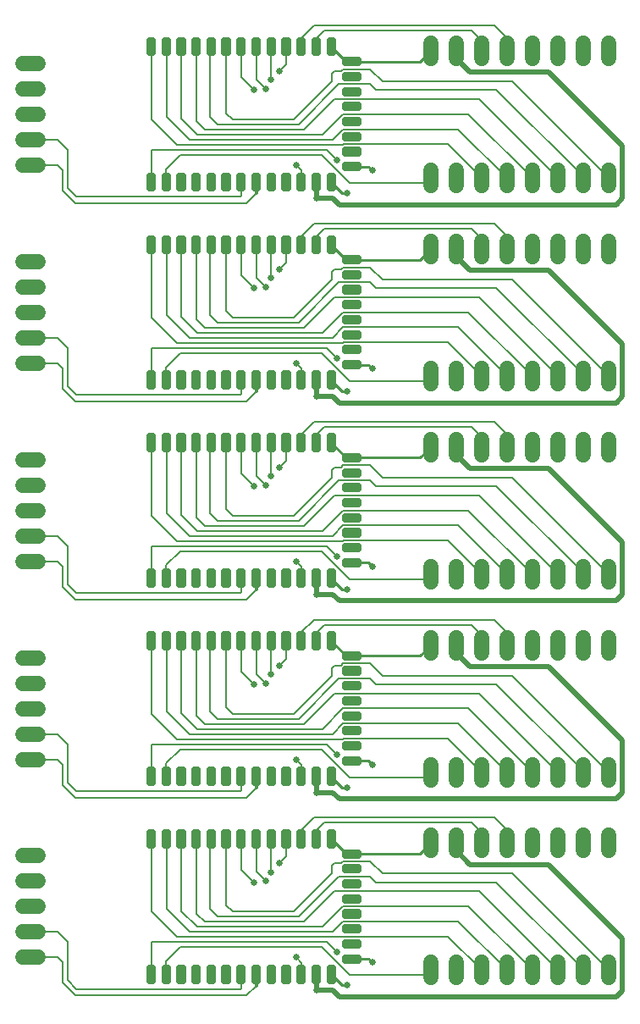
<source format=gtl>
G04 EAGLE Gerber RS-274X export*
G75*
%MOMM*%
%FSLAX34Y34*%
%LPD*%
%INTop Copper*%
%IPPOS*%
%AMOC8*
5,1,8,0,0,1.08239X$1,22.5*%
G01*
%ADD10C,0.694944*%
%ADD11C,1.524000*%
%ADD12C,0.203200*%
%ADD13C,0.654800*%
%ADD14C,0.304800*%
%ADD15C,0.508000*%
%ADD16C,0.254000*%


D10*
X153752Y40078D02*
X153752Y27722D01*
X151048Y27722D01*
X151048Y40078D01*
X153752Y40078D01*
X153752Y34324D02*
X151048Y34324D01*
X168752Y40078D02*
X168752Y27722D01*
X166048Y27722D01*
X166048Y40078D01*
X168752Y40078D01*
X168752Y34324D02*
X166048Y34324D01*
X183752Y40078D02*
X183752Y27722D01*
X181048Y27722D01*
X181048Y40078D01*
X183752Y40078D01*
X183752Y34324D02*
X181048Y34324D01*
X198752Y40078D02*
X198752Y27722D01*
X196048Y27722D01*
X196048Y40078D01*
X198752Y40078D01*
X198752Y34324D02*
X196048Y34324D01*
X213752Y40078D02*
X213752Y27722D01*
X211048Y27722D01*
X211048Y40078D01*
X213752Y40078D01*
X213752Y34324D02*
X211048Y34324D01*
X228752Y40078D02*
X228752Y27722D01*
X226048Y27722D01*
X226048Y40078D01*
X228752Y40078D01*
X228752Y34324D02*
X226048Y34324D01*
X243752Y40078D02*
X243752Y27722D01*
X241048Y27722D01*
X241048Y40078D01*
X243752Y40078D01*
X243752Y34324D02*
X241048Y34324D01*
X258752Y40078D02*
X258752Y27722D01*
X256048Y27722D01*
X256048Y40078D01*
X258752Y40078D01*
X258752Y34324D02*
X256048Y34324D01*
X273752Y40078D02*
X273752Y27722D01*
X271048Y27722D01*
X271048Y40078D01*
X273752Y40078D01*
X273752Y34324D02*
X271048Y34324D01*
X288752Y40078D02*
X288752Y27722D01*
X286048Y27722D01*
X286048Y40078D01*
X288752Y40078D01*
X288752Y34324D02*
X286048Y34324D01*
X303752Y40078D02*
X303752Y27722D01*
X301048Y27722D01*
X301048Y40078D01*
X303752Y40078D01*
X303752Y34324D02*
X301048Y34324D01*
X318752Y40078D02*
X318752Y27722D01*
X316048Y27722D01*
X316048Y40078D01*
X318752Y40078D01*
X318752Y34324D02*
X316048Y34324D01*
X333752Y40078D02*
X333752Y27722D01*
X331048Y27722D01*
X331048Y40078D01*
X333752Y40078D01*
X333752Y34324D02*
X331048Y34324D01*
X346922Y50652D02*
X359278Y50652D01*
X359278Y47948D01*
X346922Y47948D01*
X346922Y50652D01*
X346922Y65652D02*
X359278Y65652D01*
X359278Y62948D01*
X346922Y62948D01*
X346922Y65652D01*
X346922Y80652D02*
X359278Y80652D01*
X359278Y77948D01*
X346922Y77948D01*
X346922Y80652D01*
X346922Y95652D02*
X359278Y95652D01*
X359278Y92948D01*
X346922Y92948D01*
X346922Y95652D01*
X346922Y110652D02*
X359278Y110652D01*
X359278Y107948D01*
X346922Y107948D01*
X346922Y110652D01*
X346922Y125652D02*
X359278Y125652D01*
X359278Y122948D01*
X346922Y122948D01*
X346922Y125652D01*
X346922Y140652D02*
X359278Y140652D01*
X359278Y137948D01*
X346922Y137948D01*
X346922Y140652D01*
X346922Y155652D02*
X359278Y155652D01*
X359278Y152948D01*
X346922Y152948D01*
X346922Y155652D01*
X331048Y163122D02*
X331048Y175478D01*
X333752Y175478D01*
X333752Y163122D01*
X331048Y163122D01*
X331048Y169724D02*
X333752Y169724D01*
X316048Y175478D02*
X316048Y163122D01*
X316048Y175478D02*
X318752Y175478D01*
X318752Y163122D01*
X316048Y163122D01*
X316048Y169724D02*
X318752Y169724D01*
X301048Y175478D02*
X301048Y163122D01*
X301048Y175478D02*
X303752Y175478D01*
X303752Y163122D01*
X301048Y163122D01*
X301048Y169724D02*
X303752Y169724D01*
X286048Y175478D02*
X286048Y163122D01*
X286048Y175478D02*
X288752Y175478D01*
X288752Y163122D01*
X286048Y163122D01*
X286048Y169724D02*
X288752Y169724D01*
X271048Y175478D02*
X271048Y163122D01*
X271048Y175478D02*
X273752Y175478D01*
X273752Y163122D01*
X271048Y163122D01*
X271048Y169724D02*
X273752Y169724D01*
X256048Y175478D02*
X256048Y163122D01*
X256048Y175478D02*
X258752Y175478D01*
X258752Y163122D01*
X256048Y163122D01*
X256048Y169724D02*
X258752Y169724D01*
X241048Y175478D02*
X241048Y163122D01*
X241048Y175478D02*
X243752Y175478D01*
X243752Y163122D01*
X241048Y163122D01*
X241048Y169724D02*
X243752Y169724D01*
X226048Y175478D02*
X226048Y163122D01*
X226048Y175478D02*
X228752Y175478D01*
X228752Y163122D01*
X226048Y163122D01*
X226048Y169724D02*
X228752Y169724D01*
X211048Y175478D02*
X211048Y163122D01*
X211048Y175478D02*
X213752Y175478D01*
X213752Y163122D01*
X211048Y163122D01*
X211048Y169724D02*
X213752Y169724D01*
X196048Y175478D02*
X196048Y163122D01*
X196048Y175478D02*
X198752Y175478D01*
X198752Y163122D01*
X196048Y163122D01*
X196048Y169724D02*
X198752Y169724D01*
X181048Y175478D02*
X181048Y163122D01*
X181048Y175478D02*
X183752Y175478D01*
X183752Y163122D01*
X181048Y163122D01*
X181048Y169724D02*
X183752Y169724D01*
X166048Y175478D02*
X166048Y163122D01*
X166048Y175478D02*
X168752Y175478D01*
X168752Y163122D01*
X166048Y163122D01*
X166048Y169724D02*
X168752Y169724D01*
X151048Y175478D02*
X151048Y163122D01*
X151048Y175478D02*
X153752Y175478D01*
X153752Y163122D01*
X151048Y163122D01*
X151048Y169724D02*
X153752Y169724D01*
D11*
X39370Y50800D02*
X24130Y50800D01*
X24130Y76200D02*
X39370Y76200D01*
X39370Y101600D02*
X24130Y101600D01*
X24130Y127000D02*
X39370Y127000D01*
X39370Y152400D02*
X24130Y152400D01*
X431800Y45720D02*
X431800Y30480D01*
X457200Y30480D02*
X457200Y45720D01*
X482600Y45720D02*
X482600Y30480D01*
X508000Y30480D02*
X508000Y45720D01*
X533400Y45720D02*
X533400Y30480D01*
X558800Y30480D02*
X558800Y45720D01*
X584200Y45720D02*
X584200Y30480D01*
X609600Y30480D02*
X609600Y45720D01*
X609600Y157480D02*
X609600Y172720D01*
X584200Y172720D02*
X584200Y157480D01*
X558800Y157480D02*
X558800Y172720D01*
X533400Y172720D02*
X533400Y157480D01*
X508000Y157480D02*
X508000Y172720D01*
X482600Y172720D02*
X482600Y157480D01*
X457200Y157480D02*
X457200Y172720D01*
X431800Y172720D02*
X431800Y157480D01*
D10*
X153752Y225715D02*
X153752Y238071D01*
X153752Y225715D02*
X151048Y225715D01*
X151048Y238071D01*
X153752Y238071D01*
X153752Y232317D02*
X151048Y232317D01*
X168752Y238071D02*
X168752Y225715D01*
X166048Y225715D01*
X166048Y238071D01*
X168752Y238071D01*
X168752Y232317D02*
X166048Y232317D01*
X183752Y238071D02*
X183752Y225715D01*
X181048Y225715D01*
X181048Y238071D01*
X183752Y238071D01*
X183752Y232317D02*
X181048Y232317D01*
X198752Y238071D02*
X198752Y225715D01*
X196048Y225715D01*
X196048Y238071D01*
X198752Y238071D01*
X198752Y232317D02*
X196048Y232317D01*
X213752Y238071D02*
X213752Y225715D01*
X211048Y225715D01*
X211048Y238071D01*
X213752Y238071D01*
X213752Y232317D02*
X211048Y232317D01*
X228752Y238071D02*
X228752Y225715D01*
X226048Y225715D01*
X226048Y238071D01*
X228752Y238071D01*
X228752Y232317D02*
X226048Y232317D01*
X243752Y238071D02*
X243752Y225715D01*
X241048Y225715D01*
X241048Y238071D01*
X243752Y238071D01*
X243752Y232317D02*
X241048Y232317D01*
X258752Y238071D02*
X258752Y225715D01*
X256048Y225715D01*
X256048Y238071D01*
X258752Y238071D01*
X258752Y232317D02*
X256048Y232317D01*
X273752Y238071D02*
X273752Y225715D01*
X271048Y225715D01*
X271048Y238071D01*
X273752Y238071D01*
X273752Y232317D02*
X271048Y232317D01*
X288752Y238071D02*
X288752Y225715D01*
X286048Y225715D01*
X286048Y238071D01*
X288752Y238071D01*
X288752Y232317D02*
X286048Y232317D01*
X303752Y238071D02*
X303752Y225715D01*
X301048Y225715D01*
X301048Y238071D01*
X303752Y238071D01*
X303752Y232317D02*
X301048Y232317D01*
X318752Y238071D02*
X318752Y225715D01*
X316048Y225715D01*
X316048Y238071D01*
X318752Y238071D01*
X318752Y232317D02*
X316048Y232317D01*
X333752Y238071D02*
X333752Y225715D01*
X331048Y225715D01*
X331048Y238071D01*
X333752Y238071D01*
X333752Y232317D02*
X331048Y232317D01*
X346922Y248645D02*
X359278Y248645D01*
X359278Y245941D01*
X346922Y245941D01*
X346922Y248645D01*
X346922Y263645D02*
X359278Y263645D01*
X359278Y260941D01*
X346922Y260941D01*
X346922Y263645D01*
X346922Y278645D02*
X359278Y278645D01*
X359278Y275941D01*
X346922Y275941D01*
X346922Y278645D01*
X346922Y293645D02*
X359278Y293645D01*
X359278Y290941D01*
X346922Y290941D01*
X346922Y293645D01*
X346922Y308645D02*
X359278Y308645D01*
X359278Y305941D01*
X346922Y305941D01*
X346922Y308645D01*
X346922Y323645D02*
X359278Y323645D01*
X359278Y320941D01*
X346922Y320941D01*
X346922Y323645D01*
X346922Y338645D02*
X359278Y338645D01*
X359278Y335941D01*
X346922Y335941D01*
X346922Y338645D01*
X346922Y353645D02*
X359278Y353645D01*
X359278Y350941D01*
X346922Y350941D01*
X346922Y353645D01*
X331048Y361115D02*
X331048Y373471D01*
X333752Y373471D01*
X333752Y361115D01*
X331048Y361115D01*
X331048Y367717D02*
X333752Y367717D01*
X316048Y373471D02*
X316048Y361115D01*
X316048Y373471D02*
X318752Y373471D01*
X318752Y361115D01*
X316048Y361115D01*
X316048Y367717D02*
X318752Y367717D01*
X301048Y373471D02*
X301048Y361115D01*
X301048Y373471D02*
X303752Y373471D01*
X303752Y361115D01*
X301048Y361115D01*
X301048Y367717D02*
X303752Y367717D01*
X286048Y373471D02*
X286048Y361115D01*
X286048Y373471D02*
X288752Y373471D01*
X288752Y361115D01*
X286048Y361115D01*
X286048Y367717D02*
X288752Y367717D01*
X271048Y373471D02*
X271048Y361115D01*
X271048Y373471D02*
X273752Y373471D01*
X273752Y361115D01*
X271048Y361115D01*
X271048Y367717D02*
X273752Y367717D01*
X256048Y373471D02*
X256048Y361115D01*
X256048Y373471D02*
X258752Y373471D01*
X258752Y361115D01*
X256048Y361115D01*
X256048Y367717D02*
X258752Y367717D01*
X241048Y373471D02*
X241048Y361115D01*
X241048Y373471D02*
X243752Y373471D01*
X243752Y361115D01*
X241048Y361115D01*
X241048Y367717D02*
X243752Y367717D01*
X226048Y373471D02*
X226048Y361115D01*
X226048Y373471D02*
X228752Y373471D01*
X228752Y361115D01*
X226048Y361115D01*
X226048Y367717D02*
X228752Y367717D01*
X211048Y373471D02*
X211048Y361115D01*
X211048Y373471D02*
X213752Y373471D01*
X213752Y361115D01*
X211048Y361115D01*
X211048Y367717D02*
X213752Y367717D01*
X196048Y373471D02*
X196048Y361115D01*
X196048Y373471D02*
X198752Y373471D01*
X198752Y361115D01*
X196048Y361115D01*
X196048Y367717D02*
X198752Y367717D01*
X181048Y373471D02*
X181048Y361115D01*
X181048Y373471D02*
X183752Y373471D01*
X183752Y361115D01*
X181048Y361115D01*
X181048Y367717D02*
X183752Y367717D01*
X166048Y373471D02*
X166048Y361115D01*
X166048Y373471D02*
X168752Y373471D01*
X168752Y361115D01*
X166048Y361115D01*
X166048Y367717D02*
X168752Y367717D01*
X151048Y373471D02*
X151048Y361115D01*
X151048Y373471D02*
X153752Y373471D01*
X153752Y361115D01*
X151048Y361115D01*
X151048Y367717D02*
X153752Y367717D01*
D11*
X39370Y248793D02*
X24130Y248793D01*
X24130Y274193D02*
X39370Y274193D01*
X39370Y299593D02*
X24130Y299593D01*
X24130Y324993D02*
X39370Y324993D01*
X39370Y350393D02*
X24130Y350393D01*
X431800Y243713D02*
X431800Y228473D01*
X457200Y228473D02*
X457200Y243713D01*
X482600Y243713D02*
X482600Y228473D01*
X508000Y228473D02*
X508000Y243713D01*
X533400Y243713D02*
X533400Y228473D01*
X558800Y228473D02*
X558800Y243713D01*
X584200Y243713D02*
X584200Y228473D01*
X609600Y228473D02*
X609600Y243713D01*
X609600Y355473D02*
X609600Y370713D01*
X584200Y370713D02*
X584200Y355473D01*
X558800Y355473D02*
X558800Y370713D01*
X533400Y370713D02*
X533400Y355473D01*
X508000Y355473D02*
X508000Y370713D01*
X482600Y370713D02*
X482600Y355473D01*
X457200Y355473D02*
X457200Y370713D01*
X431800Y370713D02*
X431800Y355473D01*
D10*
X153752Y423733D02*
X153752Y436089D01*
X153752Y423733D02*
X151048Y423733D01*
X151048Y436089D01*
X153752Y436089D01*
X153752Y430335D02*
X151048Y430335D01*
X168752Y436089D02*
X168752Y423733D01*
X166048Y423733D01*
X166048Y436089D01*
X168752Y436089D01*
X168752Y430335D02*
X166048Y430335D01*
X183752Y436089D02*
X183752Y423733D01*
X181048Y423733D01*
X181048Y436089D01*
X183752Y436089D01*
X183752Y430335D02*
X181048Y430335D01*
X198752Y436089D02*
X198752Y423733D01*
X196048Y423733D01*
X196048Y436089D01*
X198752Y436089D01*
X198752Y430335D02*
X196048Y430335D01*
X213752Y436089D02*
X213752Y423733D01*
X211048Y423733D01*
X211048Y436089D01*
X213752Y436089D01*
X213752Y430335D02*
X211048Y430335D01*
X228752Y436089D02*
X228752Y423733D01*
X226048Y423733D01*
X226048Y436089D01*
X228752Y436089D01*
X228752Y430335D02*
X226048Y430335D01*
X243752Y436089D02*
X243752Y423733D01*
X241048Y423733D01*
X241048Y436089D01*
X243752Y436089D01*
X243752Y430335D02*
X241048Y430335D01*
X258752Y436089D02*
X258752Y423733D01*
X256048Y423733D01*
X256048Y436089D01*
X258752Y436089D01*
X258752Y430335D02*
X256048Y430335D01*
X273752Y436089D02*
X273752Y423733D01*
X271048Y423733D01*
X271048Y436089D01*
X273752Y436089D01*
X273752Y430335D02*
X271048Y430335D01*
X288752Y436089D02*
X288752Y423733D01*
X286048Y423733D01*
X286048Y436089D01*
X288752Y436089D01*
X288752Y430335D02*
X286048Y430335D01*
X303752Y436089D02*
X303752Y423733D01*
X301048Y423733D01*
X301048Y436089D01*
X303752Y436089D01*
X303752Y430335D02*
X301048Y430335D01*
X318752Y436089D02*
X318752Y423733D01*
X316048Y423733D01*
X316048Y436089D01*
X318752Y436089D01*
X318752Y430335D02*
X316048Y430335D01*
X333752Y436089D02*
X333752Y423733D01*
X331048Y423733D01*
X331048Y436089D01*
X333752Y436089D01*
X333752Y430335D02*
X331048Y430335D01*
X346922Y446663D02*
X359278Y446663D01*
X359278Y443959D01*
X346922Y443959D01*
X346922Y446663D01*
X346922Y461663D02*
X359278Y461663D01*
X359278Y458959D01*
X346922Y458959D01*
X346922Y461663D01*
X346922Y476663D02*
X359278Y476663D01*
X359278Y473959D01*
X346922Y473959D01*
X346922Y476663D01*
X346922Y491663D02*
X359278Y491663D01*
X359278Y488959D01*
X346922Y488959D01*
X346922Y491663D01*
X346922Y506663D02*
X359278Y506663D01*
X359278Y503959D01*
X346922Y503959D01*
X346922Y506663D01*
X346922Y521663D02*
X359278Y521663D01*
X359278Y518959D01*
X346922Y518959D01*
X346922Y521663D01*
X346922Y536663D02*
X359278Y536663D01*
X359278Y533959D01*
X346922Y533959D01*
X346922Y536663D01*
X346922Y551663D02*
X359278Y551663D01*
X359278Y548959D01*
X346922Y548959D01*
X346922Y551663D01*
X331048Y559133D02*
X331048Y571489D01*
X333752Y571489D01*
X333752Y559133D01*
X331048Y559133D01*
X331048Y565735D02*
X333752Y565735D01*
X316048Y571489D02*
X316048Y559133D01*
X316048Y571489D02*
X318752Y571489D01*
X318752Y559133D01*
X316048Y559133D01*
X316048Y565735D02*
X318752Y565735D01*
X301048Y571489D02*
X301048Y559133D01*
X301048Y571489D02*
X303752Y571489D01*
X303752Y559133D01*
X301048Y559133D01*
X301048Y565735D02*
X303752Y565735D01*
X286048Y571489D02*
X286048Y559133D01*
X286048Y571489D02*
X288752Y571489D01*
X288752Y559133D01*
X286048Y559133D01*
X286048Y565735D02*
X288752Y565735D01*
X271048Y571489D02*
X271048Y559133D01*
X271048Y571489D02*
X273752Y571489D01*
X273752Y559133D01*
X271048Y559133D01*
X271048Y565735D02*
X273752Y565735D01*
X256048Y571489D02*
X256048Y559133D01*
X256048Y571489D02*
X258752Y571489D01*
X258752Y559133D01*
X256048Y559133D01*
X256048Y565735D02*
X258752Y565735D01*
X241048Y571489D02*
X241048Y559133D01*
X241048Y571489D02*
X243752Y571489D01*
X243752Y559133D01*
X241048Y559133D01*
X241048Y565735D02*
X243752Y565735D01*
X226048Y571489D02*
X226048Y559133D01*
X226048Y571489D02*
X228752Y571489D01*
X228752Y559133D01*
X226048Y559133D01*
X226048Y565735D02*
X228752Y565735D01*
X211048Y571489D02*
X211048Y559133D01*
X211048Y571489D02*
X213752Y571489D01*
X213752Y559133D01*
X211048Y559133D01*
X211048Y565735D02*
X213752Y565735D01*
X196048Y571489D02*
X196048Y559133D01*
X196048Y571489D02*
X198752Y571489D01*
X198752Y559133D01*
X196048Y559133D01*
X196048Y565735D02*
X198752Y565735D01*
X181048Y571489D02*
X181048Y559133D01*
X181048Y571489D02*
X183752Y571489D01*
X183752Y559133D01*
X181048Y559133D01*
X181048Y565735D02*
X183752Y565735D01*
X166048Y571489D02*
X166048Y559133D01*
X166048Y571489D02*
X168752Y571489D01*
X168752Y559133D01*
X166048Y559133D01*
X166048Y565735D02*
X168752Y565735D01*
X151048Y571489D02*
X151048Y559133D01*
X151048Y571489D02*
X153752Y571489D01*
X153752Y559133D01*
X151048Y559133D01*
X151048Y565735D02*
X153752Y565735D01*
D11*
X39370Y446811D02*
X24130Y446811D01*
X24130Y472211D02*
X39370Y472211D01*
X39370Y497611D02*
X24130Y497611D01*
X24130Y523011D02*
X39370Y523011D01*
X39370Y548411D02*
X24130Y548411D01*
X431800Y441731D02*
X431800Y426491D01*
X457200Y426491D02*
X457200Y441731D01*
X482600Y441731D02*
X482600Y426491D01*
X508000Y426491D02*
X508000Y441731D01*
X533400Y441731D02*
X533400Y426491D01*
X558800Y426491D02*
X558800Y441731D01*
X584200Y441731D02*
X584200Y426491D01*
X609600Y426491D02*
X609600Y441731D01*
X609600Y553491D02*
X609600Y568731D01*
X584200Y568731D02*
X584200Y553491D01*
X558800Y553491D02*
X558800Y568731D01*
X533400Y568731D02*
X533400Y553491D01*
X508000Y553491D02*
X508000Y568731D01*
X482600Y568731D02*
X482600Y553491D01*
X457200Y553491D02*
X457200Y568731D01*
X431800Y568731D02*
X431800Y553491D01*
D10*
X153752Y621726D02*
X153752Y634082D01*
X153752Y621726D02*
X151048Y621726D01*
X151048Y634082D01*
X153752Y634082D01*
X153752Y628328D02*
X151048Y628328D01*
X168752Y634082D02*
X168752Y621726D01*
X166048Y621726D01*
X166048Y634082D01*
X168752Y634082D01*
X168752Y628328D02*
X166048Y628328D01*
X183752Y634082D02*
X183752Y621726D01*
X181048Y621726D01*
X181048Y634082D01*
X183752Y634082D01*
X183752Y628328D02*
X181048Y628328D01*
X198752Y634082D02*
X198752Y621726D01*
X196048Y621726D01*
X196048Y634082D01*
X198752Y634082D01*
X198752Y628328D02*
X196048Y628328D01*
X213752Y634082D02*
X213752Y621726D01*
X211048Y621726D01*
X211048Y634082D01*
X213752Y634082D01*
X213752Y628328D02*
X211048Y628328D01*
X228752Y634082D02*
X228752Y621726D01*
X226048Y621726D01*
X226048Y634082D01*
X228752Y634082D01*
X228752Y628328D02*
X226048Y628328D01*
X243752Y634082D02*
X243752Y621726D01*
X241048Y621726D01*
X241048Y634082D01*
X243752Y634082D01*
X243752Y628328D02*
X241048Y628328D01*
X258752Y634082D02*
X258752Y621726D01*
X256048Y621726D01*
X256048Y634082D01*
X258752Y634082D01*
X258752Y628328D02*
X256048Y628328D01*
X273752Y634082D02*
X273752Y621726D01*
X271048Y621726D01*
X271048Y634082D01*
X273752Y634082D01*
X273752Y628328D02*
X271048Y628328D01*
X288752Y634082D02*
X288752Y621726D01*
X286048Y621726D01*
X286048Y634082D01*
X288752Y634082D01*
X288752Y628328D02*
X286048Y628328D01*
X303752Y634082D02*
X303752Y621726D01*
X301048Y621726D01*
X301048Y634082D01*
X303752Y634082D01*
X303752Y628328D02*
X301048Y628328D01*
X318752Y634082D02*
X318752Y621726D01*
X316048Y621726D01*
X316048Y634082D01*
X318752Y634082D01*
X318752Y628328D02*
X316048Y628328D01*
X333752Y634082D02*
X333752Y621726D01*
X331048Y621726D01*
X331048Y634082D01*
X333752Y634082D01*
X333752Y628328D02*
X331048Y628328D01*
X346922Y644656D02*
X359278Y644656D01*
X359278Y641952D01*
X346922Y641952D01*
X346922Y644656D01*
X346922Y659656D02*
X359278Y659656D01*
X359278Y656952D01*
X346922Y656952D01*
X346922Y659656D01*
X346922Y674656D02*
X359278Y674656D01*
X359278Y671952D01*
X346922Y671952D01*
X346922Y674656D01*
X346922Y689656D02*
X359278Y689656D01*
X359278Y686952D01*
X346922Y686952D01*
X346922Y689656D01*
X346922Y704656D02*
X359278Y704656D01*
X359278Y701952D01*
X346922Y701952D01*
X346922Y704656D01*
X346922Y719656D02*
X359278Y719656D01*
X359278Y716952D01*
X346922Y716952D01*
X346922Y719656D01*
X346922Y734656D02*
X359278Y734656D01*
X359278Y731952D01*
X346922Y731952D01*
X346922Y734656D01*
X346922Y749656D02*
X359278Y749656D01*
X359278Y746952D01*
X346922Y746952D01*
X346922Y749656D01*
X331048Y757126D02*
X331048Y769482D01*
X333752Y769482D01*
X333752Y757126D01*
X331048Y757126D01*
X331048Y763728D02*
X333752Y763728D01*
X316048Y769482D02*
X316048Y757126D01*
X316048Y769482D02*
X318752Y769482D01*
X318752Y757126D01*
X316048Y757126D01*
X316048Y763728D02*
X318752Y763728D01*
X301048Y769482D02*
X301048Y757126D01*
X301048Y769482D02*
X303752Y769482D01*
X303752Y757126D01*
X301048Y757126D01*
X301048Y763728D02*
X303752Y763728D01*
X286048Y769482D02*
X286048Y757126D01*
X286048Y769482D02*
X288752Y769482D01*
X288752Y757126D01*
X286048Y757126D01*
X286048Y763728D02*
X288752Y763728D01*
X271048Y769482D02*
X271048Y757126D01*
X271048Y769482D02*
X273752Y769482D01*
X273752Y757126D01*
X271048Y757126D01*
X271048Y763728D02*
X273752Y763728D01*
X256048Y769482D02*
X256048Y757126D01*
X256048Y769482D02*
X258752Y769482D01*
X258752Y757126D01*
X256048Y757126D01*
X256048Y763728D02*
X258752Y763728D01*
X241048Y769482D02*
X241048Y757126D01*
X241048Y769482D02*
X243752Y769482D01*
X243752Y757126D01*
X241048Y757126D01*
X241048Y763728D02*
X243752Y763728D01*
X226048Y769482D02*
X226048Y757126D01*
X226048Y769482D02*
X228752Y769482D01*
X228752Y757126D01*
X226048Y757126D01*
X226048Y763728D02*
X228752Y763728D01*
X211048Y769482D02*
X211048Y757126D01*
X211048Y769482D02*
X213752Y769482D01*
X213752Y757126D01*
X211048Y757126D01*
X211048Y763728D02*
X213752Y763728D01*
X196048Y769482D02*
X196048Y757126D01*
X196048Y769482D02*
X198752Y769482D01*
X198752Y757126D01*
X196048Y757126D01*
X196048Y763728D02*
X198752Y763728D01*
X181048Y769482D02*
X181048Y757126D01*
X181048Y769482D02*
X183752Y769482D01*
X183752Y757126D01*
X181048Y757126D01*
X181048Y763728D02*
X183752Y763728D01*
X166048Y769482D02*
X166048Y757126D01*
X166048Y769482D02*
X168752Y769482D01*
X168752Y757126D01*
X166048Y757126D01*
X166048Y763728D02*
X168752Y763728D01*
X151048Y769482D02*
X151048Y757126D01*
X151048Y769482D02*
X153752Y769482D01*
X153752Y757126D01*
X151048Y757126D01*
X151048Y763728D02*
X153752Y763728D01*
D11*
X39370Y644804D02*
X24130Y644804D01*
X24130Y670204D02*
X39370Y670204D01*
X39370Y695604D02*
X24130Y695604D01*
X24130Y721004D02*
X39370Y721004D01*
X39370Y746404D02*
X24130Y746404D01*
X431800Y639724D02*
X431800Y624484D01*
X457200Y624484D02*
X457200Y639724D01*
X482600Y639724D02*
X482600Y624484D01*
X508000Y624484D02*
X508000Y639724D01*
X533400Y639724D02*
X533400Y624484D01*
X558800Y624484D02*
X558800Y639724D01*
X584200Y639724D02*
X584200Y624484D01*
X609600Y624484D02*
X609600Y639724D01*
X609600Y751484D02*
X609600Y766724D01*
X584200Y766724D02*
X584200Y751484D01*
X558800Y751484D02*
X558800Y766724D01*
X533400Y766724D02*
X533400Y751484D01*
X508000Y751484D02*
X508000Y766724D01*
X482600Y766724D02*
X482600Y751484D01*
X457200Y751484D02*
X457200Y766724D01*
X431800Y766724D02*
X431800Y751484D01*
D10*
X153752Y819719D02*
X153752Y832075D01*
X153752Y819719D02*
X151048Y819719D01*
X151048Y832075D01*
X153752Y832075D01*
X153752Y826321D02*
X151048Y826321D01*
X168752Y832075D02*
X168752Y819719D01*
X166048Y819719D01*
X166048Y832075D01*
X168752Y832075D01*
X168752Y826321D02*
X166048Y826321D01*
X183752Y832075D02*
X183752Y819719D01*
X181048Y819719D01*
X181048Y832075D01*
X183752Y832075D01*
X183752Y826321D02*
X181048Y826321D01*
X198752Y832075D02*
X198752Y819719D01*
X196048Y819719D01*
X196048Y832075D01*
X198752Y832075D01*
X198752Y826321D02*
X196048Y826321D01*
X213752Y832075D02*
X213752Y819719D01*
X211048Y819719D01*
X211048Y832075D01*
X213752Y832075D01*
X213752Y826321D02*
X211048Y826321D01*
X228752Y832075D02*
X228752Y819719D01*
X226048Y819719D01*
X226048Y832075D01*
X228752Y832075D01*
X228752Y826321D02*
X226048Y826321D01*
X243752Y832075D02*
X243752Y819719D01*
X241048Y819719D01*
X241048Y832075D01*
X243752Y832075D01*
X243752Y826321D02*
X241048Y826321D01*
X258752Y832075D02*
X258752Y819719D01*
X256048Y819719D01*
X256048Y832075D01*
X258752Y832075D01*
X258752Y826321D02*
X256048Y826321D01*
X273752Y832075D02*
X273752Y819719D01*
X271048Y819719D01*
X271048Y832075D01*
X273752Y832075D01*
X273752Y826321D02*
X271048Y826321D01*
X288752Y832075D02*
X288752Y819719D01*
X286048Y819719D01*
X286048Y832075D01*
X288752Y832075D01*
X288752Y826321D02*
X286048Y826321D01*
X303752Y832075D02*
X303752Y819719D01*
X301048Y819719D01*
X301048Y832075D01*
X303752Y832075D01*
X303752Y826321D02*
X301048Y826321D01*
X318752Y832075D02*
X318752Y819719D01*
X316048Y819719D01*
X316048Y832075D01*
X318752Y832075D01*
X318752Y826321D02*
X316048Y826321D01*
X333752Y832075D02*
X333752Y819719D01*
X331048Y819719D01*
X331048Y832075D01*
X333752Y832075D01*
X333752Y826321D02*
X331048Y826321D01*
X346922Y842649D02*
X359278Y842649D01*
X359278Y839945D01*
X346922Y839945D01*
X346922Y842649D01*
X346922Y857649D02*
X359278Y857649D01*
X359278Y854945D01*
X346922Y854945D01*
X346922Y857649D01*
X346922Y872649D02*
X359278Y872649D01*
X359278Y869945D01*
X346922Y869945D01*
X346922Y872649D01*
X346922Y887649D02*
X359278Y887649D01*
X359278Y884945D01*
X346922Y884945D01*
X346922Y887649D01*
X346922Y902649D02*
X359278Y902649D01*
X359278Y899945D01*
X346922Y899945D01*
X346922Y902649D01*
X346922Y917649D02*
X359278Y917649D01*
X359278Y914945D01*
X346922Y914945D01*
X346922Y917649D01*
X346922Y932649D02*
X359278Y932649D01*
X359278Y929945D01*
X346922Y929945D01*
X346922Y932649D01*
X346922Y947649D02*
X359278Y947649D01*
X359278Y944945D01*
X346922Y944945D01*
X346922Y947649D01*
X331048Y955119D02*
X331048Y967475D01*
X333752Y967475D01*
X333752Y955119D01*
X331048Y955119D01*
X331048Y961721D02*
X333752Y961721D01*
X316048Y967475D02*
X316048Y955119D01*
X316048Y967475D02*
X318752Y967475D01*
X318752Y955119D01*
X316048Y955119D01*
X316048Y961721D02*
X318752Y961721D01*
X301048Y967475D02*
X301048Y955119D01*
X301048Y967475D02*
X303752Y967475D01*
X303752Y955119D01*
X301048Y955119D01*
X301048Y961721D02*
X303752Y961721D01*
X286048Y967475D02*
X286048Y955119D01*
X286048Y967475D02*
X288752Y967475D01*
X288752Y955119D01*
X286048Y955119D01*
X286048Y961721D02*
X288752Y961721D01*
X271048Y967475D02*
X271048Y955119D01*
X271048Y967475D02*
X273752Y967475D01*
X273752Y955119D01*
X271048Y955119D01*
X271048Y961721D02*
X273752Y961721D01*
X256048Y967475D02*
X256048Y955119D01*
X256048Y967475D02*
X258752Y967475D01*
X258752Y955119D01*
X256048Y955119D01*
X256048Y961721D02*
X258752Y961721D01*
X241048Y967475D02*
X241048Y955119D01*
X241048Y967475D02*
X243752Y967475D01*
X243752Y955119D01*
X241048Y955119D01*
X241048Y961721D02*
X243752Y961721D01*
X226048Y967475D02*
X226048Y955119D01*
X226048Y967475D02*
X228752Y967475D01*
X228752Y955119D01*
X226048Y955119D01*
X226048Y961721D02*
X228752Y961721D01*
X211048Y967475D02*
X211048Y955119D01*
X211048Y967475D02*
X213752Y967475D01*
X213752Y955119D01*
X211048Y955119D01*
X211048Y961721D02*
X213752Y961721D01*
X196048Y967475D02*
X196048Y955119D01*
X196048Y967475D02*
X198752Y967475D01*
X198752Y955119D01*
X196048Y955119D01*
X196048Y961721D02*
X198752Y961721D01*
X181048Y967475D02*
X181048Y955119D01*
X181048Y967475D02*
X183752Y967475D01*
X183752Y955119D01*
X181048Y955119D01*
X181048Y961721D02*
X183752Y961721D01*
X166048Y967475D02*
X166048Y955119D01*
X166048Y967475D02*
X168752Y967475D01*
X168752Y955119D01*
X166048Y955119D01*
X166048Y961721D02*
X168752Y961721D01*
X151048Y967475D02*
X151048Y955119D01*
X151048Y967475D02*
X153752Y967475D01*
X153752Y955119D01*
X151048Y955119D01*
X151048Y961721D02*
X153752Y961721D01*
D11*
X39370Y842797D02*
X24130Y842797D01*
X24130Y868197D02*
X39370Y868197D01*
X39370Y893597D02*
X24130Y893597D01*
X24130Y918997D02*
X39370Y918997D01*
X39370Y944397D02*
X24130Y944397D01*
X431800Y837717D02*
X431800Y822477D01*
X457200Y822477D02*
X457200Y837717D01*
X482600Y837717D02*
X482600Y822477D01*
X508000Y822477D02*
X508000Y837717D01*
X533400Y837717D02*
X533400Y822477D01*
X558800Y822477D02*
X558800Y837717D01*
X584200Y837717D02*
X584200Y822477D01*
X609600Y822477D02*
X609600Y837717D01*
X609600Y949477D02*
X609600Y964717D01*
X584200Y964717D02*
X584200Y949477D01*
X558800Y949477D02*
X558800Y964717D01*
X533400Y964717D02*
X533400Y949477D01*
X508000Y949477D02*
X508000Y964717D01*
X482600Y964717D02*
X482600Y949477D01*
X457200Y949477D02*
X457200Y964717D01*
X431800Y964717D02*
X431800Y949477D01*
D12*
X152400Y66040D02*
X152400Y33900D01*
X152400Y66040D02*
X327660Y66040D01*
X337820Y55880D01*
D13*
X337820Y55880D03*
D12*
X167400Y46750D02*
X167400Y33900D01*
X167400Y46750D02*
X181610Y60960D01*
X322580Y60960D02*
X350520Y33020D01*
X426720Y33020D01*
D14*
X431800Y38100D01*
D12*
X322580Y60960D02*
X181610Y60960D01*
X242400Y33900D02*
X242400Y20150D01*
X241300Y19050D01*
X77470Y19050D01*
X68580Y27940D01*
X68580Y66040D01*
X58420Y76200D01*
X31750Y76200D01*
D14*
X257400Y33900D02*
X257400Y22450D01*
D12*
X247650Y12700D02*
X76200Y12700D01*
X63500Y25400D01*
X63500Y45720D02*
X58420Y50800D01*
X31750Y50800D01*
X247650Y12700D02*
X257400Y22450D01*
X63500Y25400D02*
X63500Y45720D01*
D14*
X317400Y33900D02*
X317500Y33800D01*
D15*
X317500Y17780D01*
D13*
X317500Y17780D03*
D15*
X333959Y17780D01*
X340563Y11176D01*
X617220Y11176D01*
X623570Y17526D01*
X623570Y69850D01*
X549910Y143510D01*
X471170Y143510D01*
X457200Y157480D01*
D12*
X457200Y165100D01*
D16*
X332400Y33900D02*
X343440Y22860D01*
X347980Y22860D01*
D13*
X347980Y22860D03*
D16*
X353100Y49300D02*
X369800Y49300D01*
X373380Y45720D01*
D13*
X373380Y45720D03*
D16*
X353100Y154300D02*
X421000Y154300D01*
X431800Y165100D01*
X347400Y154300D02*
X332400Y169300D01*
D12*
X347400Y154300D02*
X353100Y154300D01*
X343885Y71120D02*
X177800Y71120D01*
X343885Y71120D02*
X344431Y71666D01*
X449034Y71666D02*
X482600Y38100D01*
X449034Y71666D02*
X344431Y71666D01*
X177800Y71120D02*
X152400Y96520D01*
X152400Y169300D01*
X190500Y76200D02*
X333965Y76200D01*
X344431Y86666D01*
X459434Y86666D02*
X508000Y38100D01*
X459434Y86666D02*
X344431Y86666D01*
X190500Y76200D02*
X167640Y99060D01*
X167640Y169060D02*
X167400Y169300D01*
X167640Y169060D02*
X167640Y99060D01*
X324045Y81280D02*
X344431Y101666D01*
X324045Y81280D02*
X198120Y81280D01*
X469834Y101666D02*
X533400Y38100D01*
X469834Y101666D02*
X344431Y101666D01*
X198120Y81280D02*
X182400Y97000D01*
X182400Y169300D01*
X480060Y116840D02*
X558800Y38100D01*
X480060Y116840D02*
X335280Y116840D01*
X304800Y86360D01*
X205740Y86360D01*
X197400Y94700D01*
X197400Y169300D01*
X584200Y39370D02*
X584200Y38100D01*
X584200Y39370D02*
X497507Y126063D01*
X496570Y125730D01*
X377190Y125730D01*
X370986Y131934D01*
X340214Y131934D01*
X299720Y91440D01*
X218440Y91440D01*
X210820Y99060D01*
X210820Y167720D01*
X212400Y169300D01*
X342545Y144780D02*
X344431Y146666D01*
X342545Y144780D02*
X335280Y144780D01*
X332740Y142240D01*
X332740Y134620D01*
X294640Y96520D01*
X233680Y96520D01*
X227400Y102800D01*
X227400Y169300D01*
X371494Y146666D02*
X383540Y134620D01*
X371494Y146666D02*
X344431Y146666D01*
X513080Y134620D02*
X609600Y38100D01*
X513080Y134620D02*
X383540Y134620D01*
D13*
X255270Y125730D03*
D12*
X242400Y138600D01*
X242400Y169300D01*
X257400Y169300D02*
X257400Y136300D01*
X266700Y127000D01*
D13*
X266700Y127000D03*
X271780Y135890D03*
D12*
X272400Y136510D02*
X272400Y169300D01*
X272400Y136510D02*
X271780Y135890D01*
X287400Y151510D02*
X287400Y169300D01*
X287400Y151510D02*
X280670Y144780D01*
D13*
X280670Y144780D03*
D12*
X302400Y169300D02*
X302400Y177940D01*
X314960Y190500D01*
X495300Y190500D01*
X508000Y177800D02*
X508000Y165100D01*
X508000Y177800D02*
X495300Y190500D01*
X317500Y169400D02*
X317400Y169300D01*
X317500Y169400D02*
X317500Y177800D01*
X325120Y185420D01*
X472440Y185420D01*
X482600Y175260D01*
X482600Y165100D01*
X302400Y45580D02*
X302400Y33900D01*
X302400Y45580D02*
X297180Y50800D01*
D13*
X297180Y50800D03*
D12*
X152400Y231893D02*
X152400Y264033D01*
X327660Y264033D01*
X337820Y253873D01*
D13*
X337820Y253873D03*
D12*
X167400Y244743D02*
X167400Y231893D01*
X167400Y244743D02*
X181610Y258953D01*
X322580Y258953D02*
X350520Y231013D01*
X426720Y231013D01*
D14*
X431800Y236093D01*
D12*
X322580Y258953D02*
X181610Y258953D01*
X242400Y231893D02*
X242400Y218143D01*
X241300Y217043D01*
X77470Y217043D01*
X68580Y225933D01*
X68580Y264033D01*
X58420Y274193D01*
X31750Y274193D01*
D14*
X257400Y231893D02*
X257400Y220443D01*
D12*
X247650Y210693D02*
X76200Y210693D01*
X63500Y223393D01*
X63500Y243713D02*
X58420Y248793D01*
X31750Y248793D01*
X247650Y210693D02*
X257400Y220443D01*
X63500Y223393D02*
X63500Y243713D01*
D14*
X317400Y231893D02*
X317500Y231793D01*
D15*
X317500Y215773D01*
D13*
X317500Y215773D03*
D15*
X333959Y215773D01*
X340563Y209169D01*
X617220Y209169D01*
X623570Y215519D01*
X623570Y267843D01*
X549910Y341503D01*
X471170Y341503D01*
X457200Y355473D01*
D12*
X457200Y363093D01*
D16*
X332400Y231893D02*
X343440Y220853D01*
X347980Y220853D01*
D13*
X347980Y220853D03*
D16*
X353100Y247293D02*
X369800Y247293D01*
X373380Y243713D01*
D13*
X373380Y243713D03*
D16*
X353100Y352293D02*
X421000Y352293D01*
X431800Y363093D01*
X347400Y352293D02*
X332400Y367293D01*
D12*
X347400Y352293D02*
X353100Y352293D01*
X343885Y269113D02*
X177800Y269113D01*
X343885Y269113D02*
X344431Y269659D01*
X449034Y269659D02*
X482600Y236093D01*
X449034Y269659D02*
X344431Y269659D01*
X177800Y269113D02*
X152400Y294513D01*
X152400Y367293D01*
X190500Y274193D02*
X333965Y274193D01*
X344431Y284659D01*
X459434Y284659D02*
X508000Y236093D01*
X459434Y284659D02*
X344431Y284659D01*
X190500Y274193D02*
X167640Y297053D01*
X167640Y367053D02*
X167400Y367293D01*
X167640Y367053D02*
X167640Y297053D01*
X324045Y279273D02*
X344431Y299659D01*
X324045Y279273D02*
X198120Y279273D01*
X469834Y299659D02*
X533400Y236093D01*
X469834Y299659D02*
X344431Y299659D01*
X198120Y279273D02*
X182400Y294993D01*
X182400Y367293D01*
X480060Y314833D02*
X558800Y236093D01*
X480060Y314833D02*
X335280Y314833D01*
X304800Y284353D01*
X205740Y284353D01*
X197400Y292693D01*
X197400Y367293D01*
X584200Y237363D02*
X584200Y236093D01*
X584200Y237363D02*
X497507Y324056D01*
X496570Y323723D01*
X377190Y323723D01*
X370986Y329927D01*
X340214Y329927D01*
X299720Y289433D01*
X218440Y289433D01*
X210820Y297053D01*
X210820Y365713D01*
X212400Y367293D01*
X342545Y342773D02*
X344431Y344659D01*
X342545Y342773D02*
X335280Y342773D01*
X332740Y340233D01*
X332740Y332613D01*
X294640Y294513D01*
X233680Y294513D01*
X227400Y300793D01*
X227400Y367293D01*
X371494Y344659D02*
X383540Y332613D01*
X371494Y344659D02*
X344431Y344659D01*
X513080Y332613D02*
X609600Y236093D01*
X513080Y332613D02*
X383540Y332613D01*
D13*
X255270Y323723D03*
D12*
X242400Y336593D01*
X242400Y367293D01*
X257400Y367293D02*
X257400Y334293D01*
X266700Y324993D01*
D13*
X266700Y324993D03*
X271780Y333883D03*
D12*
X272400Y334503D02*
X272400Y367293D01*
X272400Y334503D02*
X271780Y333883D01*
X287400Y349503D02*
X287400Y367293D01*
X287400Y349503D02*
X280670Y342773D01*
D13*
X280670Y342773D03*
D12*
X302400Y367293D02*
X302400Y375933D01*
X314960Y388493D01*
X495300Y388493D01*
X508000Y375793D02*
X508000Y363093D01*
X508000Y375793D02*
X495300Y388493D01*
X317500Y367393D02*
X317400Y367293D01*
X317500Y367393D02*
X317500Y375793D01*
X325120Y383413D01*
X472440Y383413D01*
X482600Y373253D01*
X482600Y363093D01*
X302400Y243573D02*
X302400Y231893D01*
X302400Y243573D02*
X297180Y248793D01*
D13*
X297180Y248793D03*
D12*
X152400Y429911D02*
X152400Y462051D01*
X327660Y462051D01*
X337820Y451891D01*
D13*
X337820Y451891D03*
D12*
X167400Y442761D02*
X167400Y429911D01*
X167400Y442761D02*
X181610Y456971D01*
X322580Y456971D02*
X350520Y429031D01*
X426720Y429031D01*
D14*
X431800Y434111D01*
D12*
X322580Y456971D02*
X181610Y456971D01*
X242400Y429911D02*
X242400Y416161D01*
X241300Y415061D01*
X77470Y415061D01*
X68580Y423951D01*
X68580Y462051D01*
X58420Y472211D01*
X31750Y472211D01*
D14*
X257400Y429911D02*
X257400Y418461D01*
D12*
X247650Y408711D02*
X76200Y408711D01*
X63500Y421411D01*
X63500Y441731D02*
X58420Y446811D01*
X31750Y446811D01*
X247650Y408711D02*
X257400Y418461D01*
X63500Y421411D02*
X63500Y441731D01*
D14*
X317400Y429911D02*
X317500Y429811D01*
D15*
X317500Y413791D01*
D13*
X317500Y413791D03*
D15*
X333959Y413791D01*
X340563Y407187D01*
X617220Y407187D01*
X623570Y413537D01*
X623570Y465861D01*
X549910Y539521D01*
X471170Y539521D01*
X457200Y553491D01*
D12*
X457200Y561111D01*
D16*
X332400Y429911D02*
X343440Y418871D01*
X347980Y418871D01*
D13*
X347980Y418871D03*
D16*
X353100Y445311D02*
X369800Y445311D01*
X373380Y441731D01*
D13*
X373380Y441731D03*
D16*
X353100Y550311D02*
X421000Y550311D01*
X431800Y561111D01*
X347400Y550311D02*
X332400Y565311D01*
D12*
X347400Y550311D02*
X353100Y550311D01*
X343885Y467131D02*
X177800Y467131D01*
X343885Y467131D02*
X344431Y467677D01*
X449034Y467677D02*
X482600Y434111D01*
X449034Y467677D02*
X344431Y467677D01*
X177800Y467131D02*
X152400Y492531D01*
X152400Y565311D01*
X190500Y472211D02*
X333965Y472211D01*
X344431Y482677D01*
X459434Y482677D02*
X508000Y434111D01*
X459434Y482677D02*
X344431Y482677D01*
X190500Y472211D02*
X167640Y495071D01*
X167640Y565071D02*
X167400Y565311D01*
X167640Y565071D02*
X167640Y495071D01*
X324045Y477291D02*
X344431Y497677D01*
X324045Y477291D02*
X198120Y477291D01*
X469834Y497677D02*
X533400Y434111D01*
X469834Y497677D02*
X344431Y497677D01*
X198120Y477291D02*
X182400Y493011D01*
X182400Y565311D01*
X480060Y512851D02*
X558800Y434111D01*
X480060Y512851D02*
X335280Y512851D01*
X304800Y482371D01*
X205740Y482371D01*
X197400Y490711D01*
X197400Y565311D01*
X584200Y435381D02*
X584200Y434111D01*
X584200Y435381D02*
X497507Y522075D01*
X496570Y521741D01*
X377190Y521741D01*
X370986Y527945D01*
X340214Y527945D01*
X299720Y487451D01*
X218440Y487451D01*
X210820Y495071D01*
X210820Y563731D01*
X212400Y565311D01*
X342545Y540791D02*
X344431Y542677D01*
X342545Y540791D02*
X335280Y540791D01*
X332740Y538251D01*
X332740Y530631D01*
X294640Y492531D01*
X233680Y492531D01*
X227400Y498811D01*
X227400Y565311D01*
X371494Y542677D02*
X383540Y530631D01*
X371494Y542677D02*
X344431Y542677D01*
X513080Y530631D02*
X609600Y434111D01*
X513080Y530631D02*
X383540Y530631D01*
D13*
X255270Y521741D03*
D12*
X242400Y534611D01*
X242400Y565311D01*
X257400Y565311D02*
X257400Y532311D01*
X266700Y523011D01*
D13*
X266700Y523011D03*
X271780Y531901D03*
D12*
X272400Y532521D02*
X272400Y565311D01*
X272400Y532521D02*
X271780Y531901D01*
X287400Y547521D02*
X287400Y565311D01*
X287400Y547521D02*
X280670Y540791D01*
D13*
X280670Y540791D03*
D12*
X302400Y565311D02*
X302400Y573951D01*
X314960Y586511D01*
X495300Y586511D01*
X508000Y573811D02*
X508000Y561111D01*
X508000Y573811D02*
X495300Y586511D01*
X317500Y565411D02*
X317400Y565311D01*
X317500Y565411D02*
X317500Y573811D01*
X325120Y581431D01*
X472440Y581431D01*
X482600Y571271D01*
X482600Y561111D01*
X302400Y441591D02*
X302400Y429911D01*
X302400Y441591D02*
X297180Y446811D01*
D13*
X297180Y446811D03*
D12*
X152400Y627904D02*
X152400Y660044D01*
X327660Y660044D01*
X337820Y649884D01*
D13*
X337820Y649884D03*
D12*
X167400Y640754D02*
X167400Y627904D01*
X167400Y640754D02*
X181610Y654964D01*
X322580Y654964D02*
X350520Y627024D01*
X426720Y627024D01*
D14*
X431800Y632104D01*
D12*
X322580Y654964D02*
X181610Y654964D01*
X242400Y627904D02*
X242400Y614154D01*
X241300Y613054D01*
X77470Y613054D01*
X68580Y621944D01*
X68580Y660044D01*
X58420Y670204D01*
X31750Y670204D01*
D14*
X257400Y627904D02*
X257400Y616454D01*
D12*
X247650Y606704D02*
X76200Y606704D01*
X63500Y619404D01*
X63500Y639724D02*
X58420Y644804D01*
X31750Y644804D01*
X247650Y606704D02*
X257400Y616454D01*
X63500Y619404D02*
X63500Y639724D01*
D14*
X317400Y627904D02*
X317500Y627804D01*
D15*
X317500Y611784D01*
D13*
X317500Y611784D03*
D15*
X333959Y611784D01*
X340563Y605180D01*
X617220Y605180D01*
X623570Y611530D01*
X623570Y663854D01*
X549910Y737514D01*
X471170Y737514D01*
X457200Y751484D01*
D12*
X457200Y759104D01*
D16*
X332400Y627904D02*
X343440Y616864D01*
X347980Y616864D01*
D13*
X347980Y616864D03*
D16*
X353100Y643304D02*
X369800Y643304D01*
X373380Y639724D01*
D13*
X373380Y639724D03*
D16*
X353100Y748304D02*
X421000Y748304D01*
X431800Y759104D01*
X347400Y748304D02*
X332400Y763304D01*
D12*
X347400Y748304D02*
X353100Y748304D01*
X343885Y665124D02*
X177800Y665124D01*
X343885Y665124D02*
X344431Y665670D01*
X449034Y665670D02*
X482600Y632104D01*
X449034Y665670D02*
X344431Y665670D01*
X177800Y665124D02*
X152400Y690524D01*
X152400Y763304D01*
X190500Y670204D02*
X333965Y670204D01*
X344431Y680670D01*
X459434Y680670D02*
X508000Y632104D01*
X459434Y680670D02*
X344431Y680670D01*
X190500Y670204D02*
X167640Y693064D01*
X167640Y763064D02*
X167400Y763304D01*
X167640Y763064D02*
X167640Y693064D01*
X324045Y675284D02*
X344431Y695670D01*
X324045Y675284D02*
X198120Y675284D01*
X469834Y695670D02*
X533400Y632104D01*
X469834Y695670D02*
X344431Y695670D01*
X198120Y675284D02*
X182400Y691004D01*
X182400Y763304D01*
X480060Y710844D02*
X558800Y632104D01*
X480060Y710844D02*
X335280Y710844D01*
X304800Y680364D01*
X205740Y680364D01*
X197400Y688704D01*
X197400Y763304D01*
X584200Y633374D02*
X584200Y632104D01*
X584200Y633374D02*
X497507Y720068D01*
X496570Y719734D01*
X377190Y719734D01*
X370986Y725938D01*
X340214Y725938D01*
X299720Y685444D01*
X218440Y685444D01*
X210820Y693064D01*
X210820Y761724D01*
X212400Y763304D01*
X342545Y738784D02*
X344431Y740670D01*
X342545Y738784D02*
X335280Y738784D01*
X332740Y736244D01*
X332740Y728624D01*
X294640Y690524D01*
X233680Y690524D01*
X227400Y696804D01*
X227400Y763304D01*
X371494Y740670D02*
X383540Y728624D01*
X371494Y740670D02*
X344431Y740670D01*
X513080Y728624D02*
X609600Y632104D01*
X513080Y728624D02*
X383540Y728624D01*
D13*
X255270Y719734D03*
D12*
X242400Y732604D01*
X242400Y763304D01*
X257400Y763304D02*
X257400Y730304D01*
X266700Y721004D01*
D13*
X266700Y721004D03*
X271780Y729894D03*
D12*
X272400Y730514D02*
X272400Y763304D01*
X272400Y730514D02*
X271780Y729894D01*
X287400Y745514D02*
X287400Y763304D01*
X287400Y745514D02*
X280670Y738784D01*
D13*
X280670Y738784D03*
D12*
X302400Y763304D02*
X302400Y771944D01*
X314960Y784504D01*
X495300Y784504D01*
X508000Y771804D02*
X508000Y759104D01*
X508000Y771804D02*
X495300Y784504D01*
X317500Y763404D02*
X317400Y763304D01*
X317500Y763404D02*
X317500Y771804D01*
X325120Y779424D01*
X472440Y779424D01*
X482600Y769264D01*
X482600Y759104D01*
X302400Y639584D02*
X302400Y627904D01*
X302400Y639584D02*
X297180Y644804D01*
D13*
X297180Y644804D03*
D12*
X152400Y825897D02*
X152400Y858037D01*
X327660Y858037D01*
X337820Y847877D01*
D13*
X337820Y847877D03*
D12*
X167400Y838747D02*
X167400Y825897D01*
X167400Y838747D02*
X181610Y852957D01*
X322580Y852957D02*
X350520Y825017D01*
X426720Y825017D01*
D14*
X431800Y830097D01*
D12*
X322580Y852957D02*
X181610Y852957D01*
X242400Y825897D02*
X242400Y812147D01*
X241300Y811047D01*
X77470Y811047D01*
X68580Y819937D01*
X68580Y858037D01*
X58420Y868197D01*
X31750Y868197D01*
D14*
X257400Y825897D02*
X257400Y814447D01*
D12*
X247650Y804697D02*
X76200Y804697D01*
X63500Y817397D01*
X63500Y837717D02*
X58420Y842797D01*
X31750Y842797D01*
X247650Y804697D02*
X257400Y814447D01*
X63500Y817397D02*
X63500Y837717D01*
D14*
X317400Y825897D02*
X317500Y825797D01*
D15*
X317500Y809777D01*
D13*
X317500Y809777D03*
D15*
X333959Y809777D01*
X340563Y803173D01*
X617220Y803173D01*
X623570Y809523D01*
X623570Y861847D01*
X549910Y935507D01*
X471170Y935507D01*
X457200Y949477D01*
D12*
X457200Y957097D01*
D16*
X332400Y825897D02*
X343440Y814857D01*
X347980Y814857D01*
D13*
X347980Y814857D03*
D16*
X353100Y841297D02*
X369800Y841297D01*
X373380Y837717D01*
D13*
X373380Y837717D03*
D16*
X353100Y946297D02*
X421000Y946297D01*
X431800Y957097D01*
X347400Y946297D02*
X332400Y961297D01*
D12*
X347400Y946297D02*
X353100Y946297D01*
X343885Y863117D02*
X177800Y863117D01*
X343885Y863117D02*
X344431Y863663D01*
X449034Y863663D02*
X482600Y830097D01*
X449034Y863663D02*
X344431Y863663D01*
X177800Y863117D02*
X152400Y888517D01*
X152400Y961297D01*
X190500Y868197D02*
X333965Y868197D01*
X344431Y878663D01*
X459434Y878663D02*
X508000Y830097D01*
X459434Y878663D02*
X344431Y878663D01*
X190500Y868197D02*
X167640Y891057D01*
X167640Y961057D02*
X167400Y961297D01*
X167640Y961057D02*
X167640Y891057D01*
X324045Y873277D02*
X344431Y893663D01*
X324045Y873277D02*
X198120Y873277D01*
X469834Y893663D02*
X533400Y830097D01*
X469834Y893663D02*
X344431Y893663D01*
X198120Y873277D02*
X182400Y888997D01*
X182400Y961297D01*
X480060Y908837D02*
X558800Y830097D01*
X480060Y908837D02*
X335280Y908837D01*
X304800Y878357D01*
X205740Y878357D01*
X197400Y886697D01*
X197400Y961297D01*
X584200Y831367D02*
X584200Y830097D01*
X584200Y831367D02*
X497507Y918061D01*
X496570Y917727D01*
X377190Y917727D01*
X370986Y923931D01*
X340214Y923931D01*
X299720Y883437D01*
X218440Y883437D01*
X210820Y891057D01*
X210820Y959717D01*
X212400Y961297D01*
X342545Y936777D02*
X344431Y938663D01*
X342545Y936777D02*
X335280Y936777D01*
X332740Y934237D01*
X332740Y926617D01*
X294640Y888517D01*
X233680Y888517D01*
X227400Y894797D01*
X227400Y961297D01*
X371494Y938663D02*
X383540Y926617D01*
X371494Y938663D02*
X344431Y938663D01*
X513080Y926617D02*
X609600Y830097D01*
X513080Y926617D02*
X383540Y926617D01*
D13*
X255270Y917727D03*
D12*
X242400Y930597D01*
X242400Y961297D01*
X257400Y961297D02*
X257400Y928297D01*
X266700Y918997D01*
D13*
X266700Y918997D03*
X271780Y927887D03*
D12*
X272400Y928507D02*
X272400Y961297D01*
X272400Y928507D02*
X271780Y927887D01*
X287400Y943507D02*
X287400Y961297D01*
X287400Y943507D02*
X280670Y936777D01*
D13*
X280670Y936777D03*
D12*
X302400Y961297D02*
X302400Y969937D01*
X314960Y982497D01*
X495300Y982497D01*
X508000Y969797D02*
X508000Y957097D01*
X508000Y969797D02*
X495300Y982497D01*
X317500Y961397D02*
X317400Y961297D01*
X317500Y961397D02*
X317500Y969797D01*
X325120Y977417D01*
X472440Y977417D01*
X482600Y967257D01*
X482600Y957097D01*
X302400Y837577D02*
X302400Y825897D01*
X302400Y837577D02*
X297180Y842797D01*
D13*
X297180Y842797D03*
M02*

</source>
